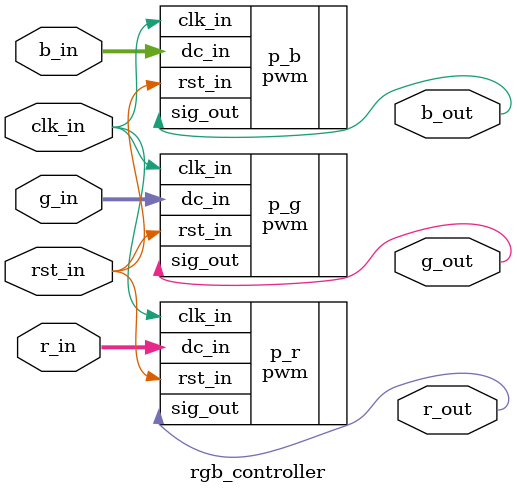
<source format=sv>
module rgb_controller(input wire clk_in,
        input wire rst_in,
        input wire [7:0] r_in,
        input wire [7:0] g_in,
        input wire [7:0] b_in,
        output logic r_out,
        output logic g_out,
        output logic b_out
    );

    pwm p_r(.clk_in(clk_in), .rst_in(rst_in), .dc_in(r_in), .sig_out(r_out));
    pwm p_g(.clk_in(clk_in), .rst_in(rst_in), .dc_in(g_in), .sig_out(g_out));
    pwm p_b(.clk_in(clk_in), .rst_in(rst_in), .dc_in(b_in), .sig_out(b_out));

  
endmodule
</source>
